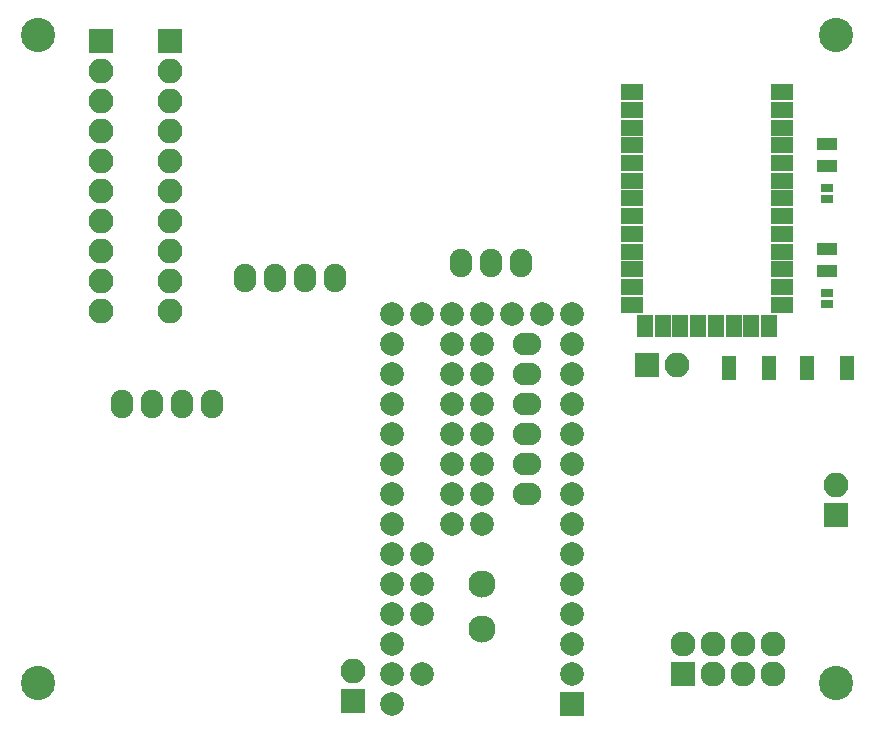
<source format=gbr>
G04 #@! TF.FileFunction,Soldermask,Top*
%FSLAX46Y46*%
G04 Gerber Fmt 4.6, Leading zero omitted, Abs format (unit mm)*
G04 Created by KiCad (PCBNEW 4.0.7) date 04/18/18 00:39:05*
%MOMM*%
%LPD*%
G01*
G04 APERTURE LIST*
%ADD10C,0.100000*%
%ADD11O,1.924000X2.400000*%
%ADD12R,1.700000X1.100000*%
%ADD13C,2.000000*%
%ADD14R,2.000000X2.000000*%
%ADD15C,2.300000*%
%ADD16R,1.900000X1.400000*%
%ADD17R,1.400000X1.900000*%
%ADD18R,2.127200X2.127200*%
%ADD19O,2.127200X2.127200*%
%ADD20R,1.000000X0.800000*%
%ADD21C,2.900000*%
%ADD22R,2.100000X2.100000*%
%ADD23O,2.100000X2.100000*%
%ADD24R,1.300000X2.100000*%
%ADD25O,2.400000X1.924000*%
G04 APERTURE END LIST*
D10*
D11*
X150622000Y-82042000D03*
X148082000Y-82042000D03*
X145542000Y-82042000D03*
D12*
X176530000Y-80838000D03*
X176530000Y-82738000D03*
X176530000Y-71948000D03*
X176530000Y-73848000D03*
D13*
X147320000Y-86360000D03*
X144780000Y-86360000D03*
X142240000Y-86360000D03*
X139700000Y-86360000D03*
X149860000Y-86360000D03*
X152400000Y-86360000D03*
X154940000Y-86360000D03*
X139700000Y-88900000D03*
X139700000Y-91440000D03*
X139700000Y-93980000D03*
X139700000Y-96520000D03*
X139700000Y-99060000D03*
X139700000Y-101600000D03*
X139700000Y-104140000D03*
X139700000Y-106680000D03*
X139700000Y-109220000D03*
X139700000Y-111760000D03*
X139700000Y-114300000D03*
X139700000Y-116840000D03*
X139700000Y-119380000D03*
X142240000Y-116840000D03*
X142240000Y-111760000D03*
X142240000Y-109220000D03*
X142240000Y-106680000D03*
X154940000Y-88900000D03*
X154940000Y-91440000D03*
X154940000Y-93980000D03*
X154940000Y-96520000D03*
X154940000Y-99060000D03*
X154940000Y-101600000D03*
X154940000Y-104140000D03*
X154940000Y-106680000D03*
X154940000Y-109220000D03*
X154940000Y-111760000D03*
X154940000Y-114300000D03*
X154940000Y-116840000D03*
D14*
X154940000Y-119380000D03*
D13*
X147320000Y-104140000D03*
X147320000Y-101600000D03*
X147320000Y-99060000D03*
X147320000Y-96520000D03*
X147320000Y-93980000D03*
X147320000Y-91440000D03*
X147320000Y-88900000D03*
X144780000Y-88900000D03*
X144780000Y-91440000D03*
X144780000Y-93980000D03*
X144780000Y-96520000D03*
X144780000Y-99060000D03*
X144780000Y-101600000D03*
X144780000Y-104140000D03*
D15*
X147320000Y-109220000D03*
X147320000Y-113030000D03*
D16*
X160020000Y-67598000D03*
X160020000Y-69098000D03*
X160020000Y-70598000D03*
X160020000Y-72098000D03*
X160020000Y-73598000D03*
X160020000Y-75098000D03*
X160020000Y-76598000D03*
X160020000Y-78098000D03*
X160020000Y-79598000D03*
X160020000Y-81098000D03*
X160020000Y-82598000D03*
X160020000Y-84098000D03*
X160020000Y-85598000D03*
X172720000Y-85598000D03*
X172720000Y-84098000D03*
X172720000Y-82598000D03*
X172720000Y-81098000D03*
X172720000Y-79598000D03*
X172720000Y-78098000D03*
X172720000Y-76598000D03*
X172720000Y-75098000D03*
X172720000Y-73598000D03*
X172720000Y-72098000D03*
X172720000Y-70598000D03*
X172720000Y-69098000D03*
X172720000Y-67598000D03*
D17*
X161120000Y-87398000D03*
X162620000Y-87398000D03*
X164120000Y-87398000D03*
X165620000Y-87398000D03*
X167120000Y-87398000D03*
X168620000Y-87398000D03*
X170120000Y-87398000D03*
X171620000Y-87398000D03*
D18*
X164338000Y-116840000D03*
D19*
X164338000Y-114300000D03*
X166878000Y-116840000D03*
X166878000Y-114300000D03*
X169418000Y-116840000D03*
X169418000Y-114300000D03*
X171958000Y-116840000D03*
X171958000Y-114300000D03*
D20*
X176530000Y-85540000D03*
X176530000Y-84640000D03*
X176530000Y-76650000D03*
X176530000Y-75750000D03*
D11*
X116840000Y-93980000D03*
X119380000Y-93980000D03*
X121920000Y-93980000D03*
X124460000Y-93980000D03*
X134874000Y-83312000D03*
X132334000Y-83312000D03*
X129794000Y-83312000D03*
X127254000Y-83312000D03*
D21*
X109728000Y-62738000D03*
X177292000Y-62738000D03*
X109728000Y-117602000D03*
X177292000Y-117602000D03*
D22*
X115062000Y-63246000D03*
D23*
X115062000Y-65786000D03*
X115062000Y-68326000D03*
X115062000Y-70866000D03*
X115062000Y-73406000D03*
X115062000Y-75946000D03*
X115062000Y-78486000D03*
X115062000Y-81026000D03*
X115062000Y-83566000D03*
X115062000Y-86106000D03*
D22*
X120904000Y-63246000D03*
D23*
X120904000Y-65786000D03*
X120904000Y-68326000D03*
X120904000Y-70866000D03*
X120904000Y-73406000D03*
X120904000Y-75946000D03*
X120904000Y-78486000D03*
X120904000Y-81026000D03*
X120904000Y-83566000D03*
X120904000Y-86106000D03*
D22*
X161290000Y-90678000D03*
D23*
X163830000Y-90678000D03*
D22*
X177292000Y-103378000D03*
D23*
X177292000Y-100838000D03*
D22*
X136398000Y-119126000D03*
D23*
X136398000Y-116586000D03*
D24*
X178230000Y-90932000D03*
X174830000Y-90932000D03*
X168226000Y-90932000D03*
X171626000Y-90932000D03*
D25*
X151130000Y-88900000D03*
X151130000Y-91440000D03*
X151130000Y-93980000D03*
X151130000Y-96520000D03*
X151130000Y-99060000D03*
X151130000Y-101600000D03*
M02*

</source>
